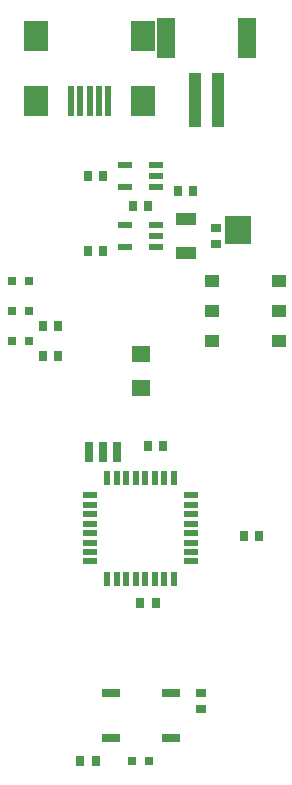
<source format=gbr>
G04 EAGLE Gerber RS-274X export*
G75*
%MOMM*%
%FSLAX34Y34*%
%LPD*%
%INSolderpaste Top*%
%IPPOS*%
%AMOC8*
5,1,8,0,0,1.08239X$1,22.5*%
G01*
%ADD10R,0.558800X1.270000*%
%ADD11R,1.270000X0.558800*%
%ADD12R,0.700000X0.900000*%
%ADD13R,0.800000X0.800000*%
%ADD14R,0.900000X0.700000*%
%ADD15R,0.700000X1.700000*%
%ADD16R,1.200000X0.550000*%
%ADD17R,0.500000X2.500000*%
%ADD18R,2.000000X2.500000*%
%ADD19R,1.800000X1.000000*%
%ADD20R,1.600000X1.400000*%
%ADD21R,1.524000X0.762000*%
%ADD22R,1.000000X4.600000*%
%ADD23R,1.600000X3.400000*%
%ADD24R,1.150000X1.000000*%
%ADD25R,1.270000X0.635000*%
%ADD26R,2.286000X2.438400*%


D10*
X154900Y252576D03*
X146900Y252576D03*
X138900Y252576D03*
X130900Y252576D03*
X122900Y252576D03*
X114900Y252576D03*
X106900Y252576D03*
X98900Y252576D03*
D11*
X83974Y237650D03*
X83974Y229650D03*
X83974Y221650D03*
X83974Y213650D03*
X83974Y205650D03*
X83974Y197650D03*
X83974Y189650D03*
X83974Y181650D03*
D10*
X98900Y166724D03*
X106900Y166724D03*
X114900Y166724D03*
X122900Y166724D03*
X130900Y166724D03*
X138900Y166724D03*
X146900Y166724D03*
X154900Y166724D03*
D11*
X169826Y181650D03*
X169826Y189650D03*
X169826Y197650D03*
X169826Y205650D03*
X169826Y213650D03*
X169826Y221650D03*
X169826Y229650D03*
X169826Y237650D03*
D12*
X133200Y279400D03*
X146200Y279400D03*
X44300Y355600D03*
X57300Y355600D03*
D13*
X17900Y368300D03*
X32900Y368300D03*
D12*
X44300Y381000D03*
X57300Y381000D03*
D13*
X17900Y393700D03*
X32900Y393700D03*
D12*
X76050Y12700D03*
X89050Y12700D03*
D14*
X177800Y70000D03*
X177800Y57000D03*
D15*
X83250Y274320D03*
X95250Y274320D03*
X107250Y274320D03*
D13*
X134500Y12700D03*
X119500Y12700D03*
D12*
X126850Y146050D03*
X139850Y146050D03*
D14*
X190500Y450700D03*
X190500Y463700D03*
D16*
X140001Y447700D03*
X140001Y457200D03*
X140001Y466700D03*
X113999Y466700D03*
X113999Y447700D03*
D12*
X95400Y508000D03*
X82400Y508000D03*
X158600Y495300D03*
X171600Y495300D03*
D13*
X32900Y419100D03*
X17900Y419100D03*
D12*
X95400Y444500D03*
X82400Y444500D03*
D17*
X83820Y571900D03*
X91820Y571900D03*
X67820Y571900D03*
X75820Y571900D03*
D18*
X38820Y626900D03*
X128820Y626900D03*
X38820Y571900D03*
X128820Y571900D03*
D17*
X99820Y571900D03*
D19*
X165100Y471200D03*
X165100Y443200D03*
D20*
X127000Y328900D03*
X127000Y356900D03*
D21*
X152400Y31750D03*
X101600Y31750D03*
X152400Y69850D03*
X101600Y69850D03*
D22*
X172880Y572600D03*
X192880Y572600D03*
D23*
X148880Y624600D03*
X216880Y624600D03*
D24*
X187650Y418700D03*
X187650Y393700D03*
X187650Y368700D03*
X244150Y418700D03*
X244150Y393700D03*
X244150Y368700D03*
D12*
X227480Y203200D03*
X214480Y203200D03*
D25*
X209550Y466399D03*
X209550Y458161D03*
D26*
X209550Y462280D03*
D16*
X140001Y498500D03*
X140001Y508000D03*
X140001Y517500D03*
X113999Y517500D03*
X113999Y498500D03*
D12*
X120500Y482600D03*
X133500Y482600D03*
M02*

</source>
